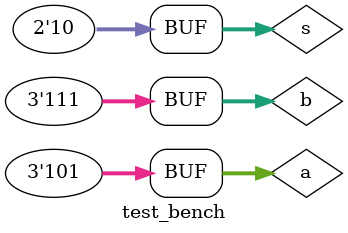
<source format=v>
module test_bench;
  reg[2:0]a;
  reg[2:0]b;
  reg[1:0]s;
  wire [2:0]f;
  wire [0:0]carryOut;
  wire [0:0]inv;

  ALU test_bench(a, b, s, f , carryOut, inv);
  initial 
    begin
	#0  a=101;b=111;s=10;

      $monitor($time,"a=%b,b=%b,s=%b,carry=%b,f=%b, inv=%b",a,b,s,carryOut, f, inv);
end
   
endmodule 

</source>
